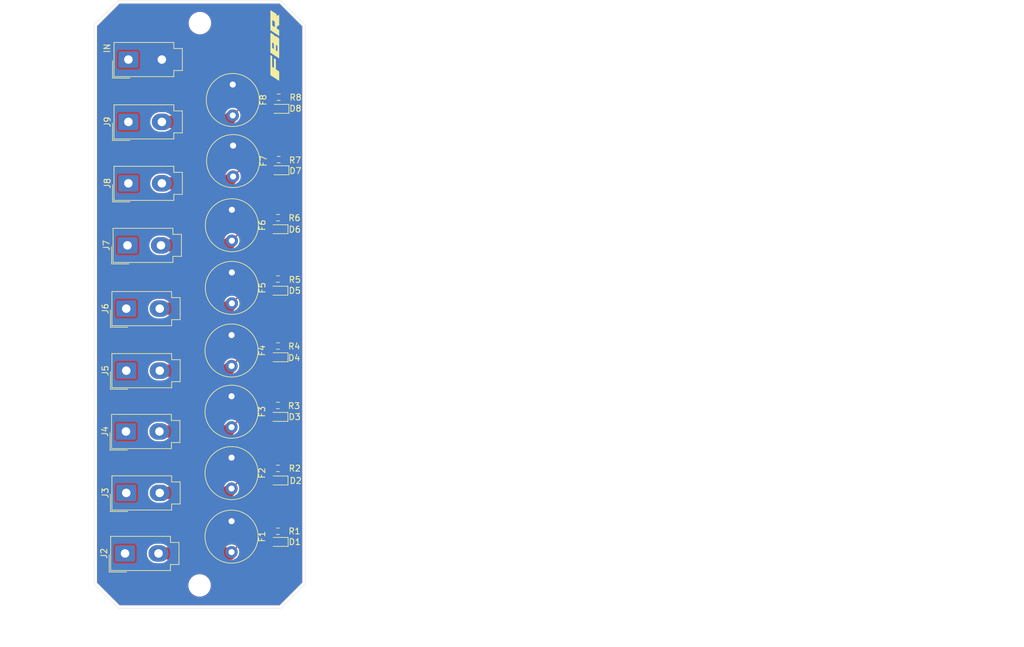
<source format=kicad_pcb>
(kicad_pcb (version 20241229) (generator "pcbnew") (generator_version "9.0")
  (layers (0 "F.Cu" signal) (2 "B.Cu" signal) (13 "F.Paste" user) (15 "B.Paste" user) (5 "F.SilkS" user "F.Silkscreen") (7 "B.SilkS" user "B.Silkscreen") (1 "F.Mask" user) (3 "B.Mask" user) (25 "Edge.Cuts" user))
  (net 0 "")
  (net 1 "GLV-")
  (net 2 "GLV+")
  (net 3 "Net-(D1-A)")
  (net 4 "Net-(D2-A)")
  (net 5 "Net-(D3-A)")
  (net 6 "Net-(D4-A)")
  (net 7 "Net-(D5-A)")
  (net 8 "Net-(D6-A)")
  (net 9 "Net-(D7-A)")
  (net 10 "Net-(D8-A)")
  (net 11 "Net-(J2-Pin_2)")
  (net 12 "Net-(J3-Pin_2)")
  (net 13 "Net-(J4-Pin_2)")
  (net 14 "Net-(J5-Pin_2)")
  (net 15 "Net-(J6-Pin_2)")
  (net 16 "Net-(J7-Pin_2)")
  (net 17 "Net-(J8-Pin_2)")
  (net 18 "Net-(J9-Pin_2)")
  (footprint "Fuse:Fuse_Littelfuse_372_D8.50mm" (layer "F.Cu") (at 146.833786 61.243014 -90)
    (property "Reference" "F7" (at 2.54 -5 90) (layer "F.SilkS"))
    (property "Value" "Fuse")
    (fp_circle (center 2.54 0) (end 6.9 0) (stroke (width 0.12)) (fill no) (layer "F.SilkS"))
    (pad "1" thru_hole circle (at 0 0 270) (size 2 2) (drill 1) (layers "*.Cu" "*.Mask") (net 2 "GLV+"))
    (pad "2" thru_hole circle (at 5.08 0 270) (size 2 2) (drill 1) (layers "*.Cu" "*.Mask") (net 17 "Net-(J8-Pin_2)"))
  )
  (footprint "Connector_Molex:Molex_Mini-Fit_Jr_5566-02A_2x01_P4.20mm_Vertical" (layer "F.Cu") (at 129.083786 128.293014 90)
    (property "Reference" "J2" (at 0 -3.45 90) (layer "F.SilkS"))
    (property "Value" "Conn_01x02")
    (fp_line (start -0.2 -2.6) (end -3.05 -2.6) (stroke (width 0.12)) (layer "F.SilkS"))
    (fp_line (start -3.05 -2.6) (end -3.05 0.25) (stroke (width 0.12)) (layer "F.SilkS"))
    (fp_line (start 2.81 -2.36) (end 2.81 7.46) (stroke (width 0.12)) (layer "F.SilkS"))
    (fp_line (start 0 -2.36) (end 2.81 -2.36) (stroke (width 0.12)) (layer "F.SilkS"))
    (fp_line (start 0 -2.36) (end -2.81 -2.36) (stroke (width 0.12)) (layer "F.SilkS"))
    (fp_line (start -2.81 -2.36) (end -2.81 7.46) (stroke (width 0.12)) (layer "F.SilkS"))
    (fp_line (start 2.81 7.46) (end 1.81 7.46) (stroke (width 0.12)) (layer "F.SilkS"))
    (fp_line (start 1.81 7.46) (end 1.81 8.86) (stroke (width 0.12)) (layer "F.SilkS"))
    (fp_line (start -1.81 7.46) (end -1.81 8.86) (stroke (width 0.12)) (layer "F.SilkS"))
    (fp_line (start -2.81 7.46) (end -1.81 7.46) (stroke (width 0.12)) (layer "F.SilkS"))
    (fp_line (start 1.81 8.86) (end 0 8.86) (stroke (width 0.12)) (layer "F.SilkS"))
    (fp_line (start -1.81 8.86) (end 0 8.86) (stroke (width 0.12)) (layer "F.SilkS"))
    (pad "1" thru_hole roundrect (at 0 0 90) (size 2.7 3.3) (drill 1.4) (layers "*.Cu" "*.Mask") (roundrect_rratio 0.092593) (net 1 "GLV-"))
    (pad "2" thru_hole oval (at 0 5.5 90) (size 2.7 3.3) (drill 1.4) (layers "*.Cu" "*.Mask") (net 11 "Net-(J2-Pin_2)"))
  )
  (footprint "Connector_Molex:Molex_Mini-Fit_Jr_5566-02A_2x01_P4.20mm_Vertical" (layer "F.Cu") (at 129.233786 108.243014 90)
    (property "Reference" "J4" (at 0 -3.45 90) (layer "F.SilkS"))
    (property "Value" "Conn_01x02")
    (fp_line (start -0.2 -2.6) (end -3.05 -2.6) (stroke (width 0.12)) (layer "F.SilkS"))
    (fp_line (start -3.05 -2.6) (end -3.05 0.25) (stroke (width 0.12)) (layer "F.SilkS"))
    (fp_line (start 2.81 -2.36) (end 2.81 7.46) (stroke (width 0.12)) (layer "F.SilkS"))
    (fp_line (start 0 -2.36) (end 2.81 -2.36) (stroke (width 0.12)) (layer "F.SilkS"))
    (fp_line (start 0 -2.36) (end -2.81 -2.36) (stroke (width 0.12)) (layer "F.SilkS"))
    (fp_line (start -2.81 -2.36) (end -2.81 7.46) (stroke (width 0.12)) (layer "F.SilkS"))
    (fp_line (start 2.81 7.46) (end 1.81 7.46) (stroke (width 0.12)) (layer "F.SilkS"))
    (fp_line (start 1.81 7.46) (end 1.81 8.86) (stroke (width 0.12)) (layer "F.SilkS"))
    (fp_line (start -1.81 7.46) (end -1.81 8.86) (stroke (width 0.12)) (layer "F.SilkS"))
    (fp_line (start -2.81 7.46) (end -1.81 7.46) (stroke (width 0.12)) (layer "F.SilkS"))
    (fp_line (start 1.81 8.86) (end 0 8.86) (stroke (width 0.12)) (layer "F.SilkS"))
    (fp_line (start -1.81 8.86) (end 0 8.86) (stroke (width 0.12)) (layer "F.SilkS"))
    (pad "1" thru_hole roundrect (at 0 0 90) (size 2.7 3.3) (drill 1.4) (layers "*.Cu" "*.Mask") (roundrect_rratio 0.092593) (net 1 "GLV-"))
    (pad "2" thru_hole oval (at 0 5.5 90) (size 2.7 3.3) (drill 1.4) (layers "*.Cu" "*.Mask") (net 13 "Net-(J4-Pin_2)"))
  )
  (footprint "Fuse:Fuse_Littelfuse_372_D8.50mm" (layer "F.Cu") (at 146.783786 51.203014 -90)
    (property "Reference" "F8" (at 2.54 -5 90) (layer "F.SilkS"))
    (property "Value" "Fuse")
    (fp_circle (center 2.54 0) (end 6.9 0) (stroke (width 0.12)) (fill no) (layer "F.SilkS"))
    (pad "1" thru_hole circle (at 0 0 270) (size 2 2) (drill 1) (layers "*.Cu" "*.Mask") (net 2 "GLV+"))
    (pad "2" thru_hole circle (at 5.08 0 270) (size 2 2) (drill 1) (layers "*.Cu" "*.Mask") (net 18 "Net-(J9-Pin_2)"))
  )
  (footprint "Resistor_SMD:R_0603_1608Metric_Pad0.98x0.95mm_HandSolder" (layer "F.Cu") (at 154.201286 114.303014 180)
    (property "Reference" "R2" (at -2.77 -0.01 0) (layer "F.SilkS"))
    (property "Value" "2.2K")
    (fp_line (start -0.254724 0.5225) (end 0.254724 0.5225) (stroke (width 0.12)) (layer "F.SilkS"))
    (fp_line (start -0.254724 -0.5225) (end 0.254724 -0.5225) (stroke (width 0.12)) (layer "F.SilkS"))
    (pad "1" smd roundrect (at -0.9125 0 180) (size 0.975 0.95) (layers "F.Cu" "F.Mask" "F.Paste") (net 12 "Net-(J3-Pin_2)"))
    (pad "2" smd roundrect (at 0.9125 0 180) (size 0.975 0.95) (layers "F.Cu" "F.Mask" "F.Paste") (net 4 "Net-(D2-A)"))
  )
  (footprint "LED_SMD:LED_0603_1608Metric_Pad1.05x0.95mm_HandSolder" (layer "F.Cu") (at 154.191286 74.983014 180)
    (property "Reference" "D6" (at -2.775 -0.05 0) (layer "F.SilkS"))
    (property "Value" "LED")
    (fp_line (start 0.8 -0.735) (end -1.66 -0.735) (stroke (width 0.12)) (layer "F.SilkS"))
    (fp_line (start -1.66 0.735) (end 0.8 0.735) (stroke (width 0.12)) (layer "F.SilkS"))
    (fp_line (start -1.66 -0.735) (end -1.66 0.735) (stroke (width 0.12)) (layer "F.SilkS"))
    (pad "1" smd roundrect (at -0.875 0 180) (size 1.05 0.95) (layers "F.Cu" "F.Mask" "F.Paste") (net 1 "GLV-"))
    (pad "2" smd roundrect (at 0.875 0 180) (size 1.05 0.95) (layers "F.Cu" "F.Mask" "F.Paste") (net 8 "Net-(D6-A)"))
  )
  (footprint "Resistor_SMD:R_0603_1608Metric_Pad0.98x0.95mm_HandSolder" (layer "F.Cu") (at 154.201286 83.173014 180)
    (property "Reference" "R5" (at -2.77 -0.12 0) (layer "F.SilkS"))
    (property "Value" "2.2K")
    (fp_line (start -0.254724 0.5225) (end 0.254724 0.5225) (stroke (width 0.12)) (layer "F.SilkS"))
    (fp_line (start -0.254724 -0.5225) (end 0.254724 -0.5225) (stroke (width 0.12)) (layer "F.SilkS"))
    (pad "1" smd roundrect (at -0.9125 0 180) (size 0.975 0.95) (layers "F.Cu" "F.Mask" "F.Paste") (net 15 "Net-(J6-Pin_2)"))
    (pad "2" smd roundrect (at 0.9125 0 180) (size 0.975 0.95) (layers "F.Cu" "F.Mask" "F.Paste") (net 7 "Net-(D5-A)"))
  )
  (footprint "Resistor_SMD:R_0603_1608Metric_Pad0.98x0.95mm_HandSolder" (layer "F.Cu") (at 154.333786 63.543014 180)
    (property "Reference" "R7" (at -2.6875 -0.1 0) (layer "F.SilkS"))
    (property "Value" "2.2K")
    (fp_line (start -0.254724 0.5225) (end 0.254724 0.5225) (stroke (width 0.12)) (layer "F.SilkS"))
    (fp_line (start -0.254724 -0.5225) (end 0.254724 -0.5225) (stroke (width 0.12)) (layer "F.SilkS"))
    (pad "1" smd roundrect (at -0.9125 0 180) (size 0.975 0.95) (layers "F.Cu" "F.Mask" "F.Paste") (net 17 "Net-(J8-Pin_2)"))
    (pad "2" smd roundrect (at 0.9125 0 180) (size 0.975 0.95) (layers "F.Cu" "F.Mask" "F.Paste") (net 9 "Net-(D7-A)"))
  )
  (footprint "Connector_Molex:Molex_Mini-Fit_Jr_5566-02A_2x01_P4.20mm_Vertical" (layer "F.Cu") (at 129.633786 47.093014 90)
    (property "Reference" "J1" (hide yes))
    (property "Value" "Conn_01x02")
    (fp_line (start -0.2 -2.6) (end -3.05 -2.6) (stroke (width 0.12)) (layer "F.SilkS"))
    (fp_line (start -3.05 -2.6) (end -3.05 0.25) (stroke (width 0.12)) (layer "F.SilkS"))
    (fp_line (start 2.81 -2.36) (end 2.81 7.46) (stroke (width 0.12)) (layer "F.SilkS"))
    (fp_line (start 0 -2.36) (end 2.81 -2.36) (stroke (width 0.12)) (layer "F.SilkS"))
    (fp_line (start 0 -2.36) (end -2.81 -2.36) (stroke (width 0.12)) (layer "F.SilkS"))
    (fp_line (start -2.81 -2.36) (end -2.81 7.46) (stroke (width 0.12)) (layer "F.SilkS"))
    (fp_line (start 2.81 7.46) (end 1.81 7.46) (stroke (width 0.12)) (layer "F.SilkS"))
    (fp_line (start 1.81 7.46) (end 1.81 8.86) (stroke (width 0.12)) (layer "F.SilkS"))
    (fp_line (start -1.81 7.46) (end -1.81 8.86) (stroke (width 0.12)) (layer "F.SilkS"))
    (fp_line (start -2.81 7.46) (end -1.81 7.46) (stroke (width 0.12)) (layer "F.SilkS"))
    (fp_line (start 1.81 8.86) (end 0 8.86) (stroke (width 0.12)) (layer "F.SilkS"))
    (fp_line (start -1.81 8.86) (end 0 8.86) (stroke (width 0.12)) (layer "F.SilkS"))
    (pad "1" thru_hole roundrect (at 0 0 90) (size 2.7 3.3) (drill 1.4) (layers "*.Cu" "*.Mask") (roundrect_rratio 0.092593) (net 1 "GLV-"))
    (pad "2" thru_hole oval (at 0 5.5 90) (size 2.7 3.3) (drill 1.4) (layers "*.Cu" "*.Mask") (net 2 "GLV+"))
  )
  (footprint "MountingHole:MountingHole_3.2mm_M3_DIN965" (layer "F.Cu") (at 141.383786 41.103014)
    (property "Reference" "H1" (hide yes))
    (property "Value" "MountingHole")
    (pad "" np_thru_hole circle (at 0 0) (size 3.2 3.2) (drill 3.2) (layers "*.Cu" "*.Mask"))
  )
  (footprint "MountingHole:MountingHole_3.2mm_M3_DIN965" (layer "F.Cu") (at 141.333786 133.553014 180)
    (property "Reference" "H2" (hide yes))
    (property "Value" "MountingHole")
    (pad "" np_thru_hole circle (at 0 0 180) (size 3.2 3.2) (drill 3.2) (layers "*.Cu" "*.Mask"))
  )
  (footprint "Connector_Molex:Molex_Mini-Fit_Jr_5566-02A_2x01_P4.20mm_Vertical" (layer "F.Cu") (at 129.283786 118.343014 90)
    (property "Reference" "J3" (at 0 -3.45 90) (layer "F.SilkS"))
    (property "Value" "Conn_01x02")
    (fp_line (start -0.2 -2.6) (end -3.05 -2.6) (stroke (width 0.12)) (layer "F.SilkS"))
    (fp_line (start -3.05 -2.6) (end -3.05 0.25) (stroke (width 0.12)) (layer "F.SilkS"))
    (fp_line (start 2.81 -2.36) (end 2.81 7.46) (stroke (width 0.12)) (layer "F.SilkS"))
    (fp_line (start 0 -2.36) (end 2.81 -2.36) (stroke (width 0.12)) (layer "F.SilkS"))
    (fp_line (start 0 -2.36) (end -2.81 -2.36) (stroke (width 0.12)) (layer "F.SilkS"))
    (fp_line (start -2.81 -2.36) (end -2.81 7.46) (stroke (width 0.12)) (layer "F.SilkS"))
    (fp_line (start 2.81 7.46) (end 1.81 7.46) (stroke (width 0.12)) (layer "F.SilkS"))
    (fp_line (start 1.81 7.46) (end 1.81 8.86) (stroke (width 0.12)) (layer "F.SilkS"))
    (fp_line (start -1.81 7.46) (end -1.81 8.86) (stroke (width 0.12)) (layer "F.SilkS"))
    (fp_line (start -2.81 7.46) (end -1.81 7.46) (stroke (width 0.12)) (layer "F.SilkS"))
    (fp_line (start 1.81 8.86) (end 0 8.86) (stroke (width 0.12)) (layer "F.SilkS"))
    (fp_line (start -1.81 8.86) (end 0 8.86) (stroke (width 0.12)) (layer "F.SilkS"))
    (pad "1" thru_hole roundrect (at 0 0 90) (size 2.7 3.3) (drill 1.4) (layers "*.Cu" "*.Mask") (roundrect_rratio 0.092593) (net 1 "GLV-"))
    (pad "2" thru_hole oval (at 0 5.5 90) (size 2.7 3.3) (drill 1.4) (layers "*.Cu" "*.Mask") (net 12 "Net-(J3-Pin_2)"))
  )
  (footprint "LOGO" (layer "F.Cu") (at 153.656428 44.896757 90)
    (property "Reference" "G***" (hide yes))
    (property "Value" "LOGO" (hide yes))
    (fp_poly (pts (xy -1.486762 -0.688997) (xy -1.484792 -0.674971) (xy -1.485366 -0.657797) (xy -1.488296 -0.639396) (xy -1.493268 -0.622041) (xy -1.498747 -0.607599) (xy -1.504219 -0.594939) (xy -1.510425 -0.582654) (xy -1.518107 -0.569337) (xy -1.528007 -0.553579) (xy -1.535005 -0.542846) (xy -1.548293 -0.523085) (xy -1.560257 -0.506511) (xy -1.571912 -0.491999) (xy -1.584273 -0.478426) (xy -1.598356 -0.464666) (xy -1.615177 -0.449597) (xy -1.632858 -0.434521) (xy -1.680375 -0.394579) (xy -2.528093 -0.394557) (xy -3.375812 -0.394536) (xy -3.407406 -0.36145) (xy -3.423516 -0.343418) (xy -3.441515 -0.321274) (xy -3.460695 -0.296049) (xy -3.480348 -0.268772) (xy -3.499766 -0.240472) (xy -3.518241 -0.212179) (xy -3.535064 -0.184923) (xy -3.549527 -0.159733) (xy -3.559946 -0.139672) (xy -3.571123 -0.116633) (xy -2.765902 -0.115908) (xy -2.690802 -0.115831) (xy -2.618342 -0.115739) (xy -2.548698 -0.115632) (xy -2.482048 -0.115511) (xy -2.418569 -0.115376) (xy -2.358439 -0.115229) (xy -2.301835 -0.11507) (xy -2.248934 -0.1149) (xy -2.199913 -0.11472) (xy -2.15495 -0.114529) (xy -2.114223 -0.11433) (xy -2.077907 -0.114123) (xy -2.046182 -0.113908) (xy -2.019223 -0.113686) (xy -1.997209 -0.113459) (xy -1.980317 -0.113226) (xy -1.968724 -0.112988) (xy -1.962607 -0.112747) (xy -1.961638 -0.112601) (xy -1.963345 -0.109812) (xy -1.967955 -0.102616) (xy -1.975204 -0.091415) (xy -1.984831 -0.076614) (xy -1.99657 -0.058616) (xy -2.010159 -0.037824) (xy -2.025335 -0.014642) (xy -2.041834 0.010527) (xy -2.059394 0.037279) (xy -2.06771 0.049938) (xy -2.172823 0.209895) (xy -2.97967 0.21006) (xy -3.786516 0.210226) (xy -3.799252 0.225345) (xy -3.804782 0.232009) (xy -3.810435 0.239057) (xy -3.816423 0.2468) (xy -3.822959 0.255549) (xy -3.830256 0.265617) (xy -3.838525 0.277315) (xy -3.847979 0.290954) (xy -3.858831 0.306847) (xy -3.871293 0.325304) (xy -3.885577 0.346638) (xy -3.901897 0.37116) (xy -3.920463 0.399182) (xy -3.94149 0.431015) (xy -3.965189 0.466972) (xy -3.991773 0.507362) (xy -3.998739 0.517954) (xy -4.15148 0.750192) (xy -4.931322 0.750918) (xy -5.011356 0.750982) (xy -5.087737 0.751024) (xy -5.16034 0.751043) (xy -5.229036 0.751041) (xy -5.293701 0.751016) (xy -5.354206 0.75097) (xy -5.410427 0.750903) (xy -5.462235 0.750815) (xy -5.509504 0.750706) (xy -5.552108 0.750577) (xy -5.589921 0.750429) (xy -5.622815 0.75026) (xy -5.650663 0.750073) (xy -5.673341 0.749866) (xy -5.69072 0.749641) (xy -5.702674 0.749397) (xy -5.709077 0.749136) (xy -5.710202 0.748958) (xy -5.70856 0.746364) (xy -5.703871 0.739148) (xy -5.696258 0.727495) (xy -5.685846 0.711594) (xy -5.672756 0.69163) (xy -5.657111 0.66779) (xy -5.639034 0.640262) (xy -5.618648 0.609232) (xy -5.596075 0.574887) (xy -5.57144 0.537413) (xy -5.544863 0.496998) (xy -5.516469 0.453828) (xy -5.48638 0.40809) (xy -5.454718 0.359971) (xy -5.421607 0.309658) (xy -5.38717 0.257337) (xy -5.351529 0.203195) (xy -5.314807 0.14742) (xy -5.277127 0.090197) (xy -5.238611 0.031714) (xy -5.234071 0.02482) (xy -4.758901 -0.696633) (xy -3.123938 -0.696775) (xy -1.488976 -0.696916)) (fill yes) (layer "F.SilkS"))
    (fp_poly (pts (xy 4.252583 -0.696104) (xy 5.880211 -0.695477) (xy 5.889293 -0.686837) (xy 5.894151 -0.68184) (xy 5.896764 -0.677301) (xy 5.897688 -0.671299) (xy 5.897476 -0.661917) (xy 5.897325 -0.659066) (xy 5.896686 -0.651434) (xy 5.895411 -0.644328) (xy 5.893107 -0.636669) (xy 5.889377 -0.62738) (xy 5.883827 -0.615382) (xy 5.876061 -0.599596) (xy 5.874118 -0.59571) (xy 5.87073 -0.589163) (xy 5.866607 -0.581621) (xy 5.861606 -0.572859) (xy 5.85558 -0.562651) (xy 5.848386 -0.550773) (xy 5.83988 -0.536999) (xy 5.829916 -0.521104) (xy 5.818351 -0.502863) (xy 5.805039 -0.482051) (xy 5.789836 -0.458442) (xy 5.772598 -0.431812) (xy 5.75318 -0.401935) (xy 5.731438 -0.368585) (xy 5.707227 -0.331538) (xy 5.680403 -0.290569) (xy 5.650821 -0.245453) (xy 5.618336 -0.195963) (xy 5.586087 -0.146871) (xy 5.550853 -0.093247) (xy 5.518631 -0.044217) (xy 5.489267 0.000437) (xy 5.462603 0.04093) (xy 5.438486 0.077479) (xy 5.416758 0.1103) (xy 5.397264 0.13961) (xy 5.379849 0.165625) (xy 5.364356 0.188562) (xy 5.350629 0.208636) (xy 5.338514 0.226065) (xy 5.327853 0.241064) (xy 5.318493 0.253851) (xy 5.310275 0.264641) (xy 5.303046 0.273651) (xy 5.296648 0.281097) (xy 5.290927 0.287196) (xy 5.285727 0.292164) (xy 5.280891 0.296218) (xy 5.276264 0.299573) (xy 5.271691 0.302447) (xy 5.267014 0.305056) (xy 5.26208 0.307615) (xy 5.257108 0.310148) (xy 5.216649 0.327815) (xy 5.172208 0.341348) (xy 5.123823 0.350741) (xy 5.071531 0.355985) (xy 5.031263 0.357189) (xy 5.014068 0.357496) (xy 5.001912 0.35851) (xy 4.994084 0.360527) (xy 4.989878 0.363848) (xy 4.988584 0.368771) (xy 4.989342 0.374893) (xy 4.992125 0.384137) (xy 4.997431 0.397993) (xy 5.00504 0.416005) (xy 5.014735 0.43772) (xy 5.026298 0.462682) (xy 5.039511 0.490437) (xy 5.054156 0.52053) (xy 5.070015 0.552506) (xy 5.08687 0.585912) (xy 5.104503 0.620291) (xy 5.122696 0.65519) (xy 5.133628 0.675883) (xy 5.143532 0.694592) (xy 5.152494 0.711623) (xy 5.160173 0.726321) (xy 5.166227 0.73803) (xy 5.170318 0.746095) (xy 5.172103 0.749861) (xy 5.172154 0.750039) (xy 5.169311 0.750168) (xy 5.160932 0.750295) (xy 5.14724 0.750419) (xy 5.128457 0.750539) (xy 5.104808 0.750655) (xy 5.076515 0.750767) (xy 5.043801 0.750874) (xy 5.00689 0.750975) (xy 4.966005 0.751071) (xy 4.921369 0.751161) (xy 4.873204 0.751244) (xy 4.821736 0.751321) (xy 4.767185 0.75139) (xy 4.709777 0.751451) (xy 4.649733 0.751504) (xy 4.587277 0.751548) (xy 4.522633 0.751584) (xy 4.456023 0.75161) (xy 4.387671 0.751626) (xy 4.317799 0.751632) (xy 4.312695 0.751632) (xy 3.453237 0.751632) (xy 3.439138 0.727874) (xy 3.418429 0.693171) (xy 3.397924 0.659184) (xy 3.377936 0.62641) (xy 3.358775 0.595348) (xy 3.340756 0.566496) (xy 3.32419 0.540352) (xy 3.30939 0.517415) (xy 3.296667 0.498182) (xy 3.286335 0.483151) (xy 3.281601 0.47661) (xy 3.274766 0.466976) (xy 3.265907 0.453828) (xy 3.255959 0.43859) (xy 3.245859 0.422689) (xy 3.241103 0.415027) (xy 3.231005 0.398883) (xy 3.223168 0.38706) (xy 3.217045 0.378847) (xy 3.21209 0.373535) (xy 3.207758 0.370414) (xy 3.206197 0.36967) (xy 3.202923 0.368742) (xy 3.197625 0.367963) (xy 3.189856 0.367323) (xy 3.17917 0.366809) (xy 3.165122 0.36641) (xy 3.147265 0.366116) (xy 3.125153 0.365914) (xy 3.098341 0.365792) (xy 3.066382 0.36574) (xy 3.053009 0.365737) (xy 2.909234 0.365737) (xy 2.782441 0.557964) (xy 2.655649 0.750192) (xy 2.164169 0.750921) (xy 2.095194 0.751006) (xy 2.031202 0.751052) (xy 1.972256 0.751058) (xy 1.918418 0.751025) (xy 1.86975 0.750953) (xy 1.826316 0.750841) (xy 1.788178 0.750692) (xy 1.755398 0.750503) (xy 1.72804 0.750277) (xy 1.706165 0.750013) (xy 1.689836 0.749711) (xy 1.679116 0.749372) (xy 1.674068 0.748996) (xy 1.673651 0.748833) (xy 1.675295 0.746229) (xy 1.679984 0.739002) (xy 1.687597 0.727339) (xy 1.698011 0.711428) (xy 1.711102 0.691454) (xy 1.726749 0.667606) (xy 1.744828 0.640069) (xy 1.765216 0.609031) (xy 1.78779 0.574679) (xy 1.812428 0.537198) (xy 1.839007 0.496777) (xy 1.867404 0.453602) (xy 1.897496 0.407859) (xy 1.92916 0.359736) (xy 1.962274 0.30942) (xy 1.996714 0.257097) (xy 2.032358 0.202954) (xy 2.069083 0.147178) (xy 2.106766 0.089956) (xy 2.145284 0.031475) (xy 2.149784 0.024643) (xy 2.150109 0.02415) (xy 3.133242 0.02415) (xy 3.136069 0.024357) (xy 3.144339 0.024547) (xy 3.157733 0.024721) (xy 3.175936 0.024876) (xy 3.19863 0.025012) (xy 3.225498 0.025128) (xy 3.256223 0.025224) (xy 3.290487 0.025298) (xy 3.327973 0.025349) (xy 3.368365 0.025378) (xy 3.411345 0.025383) (xy 3.456596 0.025363) (xy 3.503801 0.025318) (xy 3.552643 0.025246) (xy 3.558848 0.025235) (xy 3.984454 0.024478) (xy 4.00127 0.014399) (xy 4.019599 0.001581) (xy 4.040111 -0.016112) (xy 4.06251 -0.038357) (xy 4.086499 -0.06483) (xy 4.111781 -0.095208) (xy 4.138059 -0.129168) (xy 4.157799 -0.156171) (xy 4.183741 -0.193909) (xy 4.205256 -0.228363) (xy 4.22246 -0.259788) (xy 4.235473 -0.288438) (xy 4.244412 -0.314567) (xy 4.249395 -0.338428) (xy 4.250612 -0.356119) (xy 4.250612 -0.374377) (xy 3.823679 -0.374332) (xy 3.396746 -0.374287) (xy 3.264994 -0.17599) (xy 3.244795 -0.145568) (xy 3.225541 -0.116526) (xy 3.207467 -0.089221) (xy 3.190807 -0.064011) (xy 3.175797 -0.041253) (xy 3.162673 -0.021304) (xy 3.151669 -0.004521) (xy 3.14302 0.008738) (xy 3.136962 0.018116) (xy 3.13373 0.023256) (xy 3.133242 0.02415) (xy 2.150109 0.02415) (xy 2.624954 -0.696732)) (fill yes) (layer "F.SilkS"))
    (fp_poly (pts (xy 2.127269 -0.690904) (xy 2.142805 -0.680323) (xy 2.155106 -0.665679) (xy 2.163979 -0.647796) (xy 2.169234 -0.627501) (xy 2.17068 -0.605617) (xy 2.168125 -0.582971) (xy 2.161378 -0.560387) (xy 2.158856 -0.554501) (xy 2.156371 -0.550088) (xy 2.151008 -0.541304) (xy 2.143044 -0.528571) (xy 2.132753 -0.512314) (xy 2.120412 -0.492957) (xy 2.106297 -0.470924) (xy 2.090682 -0.44664) (xy 2.073845 -0.420529) (xy 2.05606 -0.393015) (xy 2.037604 -0.364521) (xy 2.018751 -0.335473) (xy 1.999779 -0.306295) (xy 1.980962 -0.27741) (xy 1.962577 -0.249243) (xy 1.944898 -0.222218) (xy 1.928203 -0.196759) (xy 1.912766 -0.17329) (xy 1.898864 -0.152236) (xy 1.886771 -0.134021) (xy 1.876765 -0.119069) (xy 1.86912 -0.107804) (xy 1.864112 -0.10065) (xy 1.862281 -0.098269) (xy 1.855286 -0.091613) (xy 1.844559 -0.08265) (xy 1.831203 -0.072209) (xy 1.816318 -0.061117) (xy 1.801004 -0.050203) (xy 1.786363 -0.040295) (xy 1.778721 -0.035404) (xy 1.754013 -0.020827) (xy 1.726734 -0.006158) (xy 1.69838 0.007888) (xy 1.670448 0.020595) (xy 1.644432 0.031247) (xy 1.625163 0.03808) (xy 1.611363 0.042631) (xy 1.599767 0.046669) (xy 1.591361 0.049833) (xy 1.587135 0.051763) (xy 1.586825 0.052071) (xy 1.589018 0.054407) (xy 1.594746 0.058737) (xy 1.60088 0.062883) (xy 1.617253 0.07557) (xy 1.63355 0.091884) (xy 1.648599 0.110348) (xy 1.661229 0.129483) (xy 1.670269 0.147814) (xy 1.671999 0.152606) (xy 1.673511 0.157173) (xy 1.674746 0.161353) (xy 1.675529 0.165461) (xy 1.675685 0.169816) (xy 1.675038 0.174732) (xy 1.673414 0.180527) (xy 1.670638 0.187517) (xy 1.666534 0.196018) (xy 1.660927 0.206348) (xy 1.653642 0.218823) (xy 1.644503 0.233759) (xy 1.633337 0.251473) (xy 1.619966 0.272281) (xy 1.604218 0.2965) (xy 1.585915 0.324447) (xy 1.564884 0.356438) (xy 1.540948 0.392789) (xy 1.529361 0.410382) (xy 1.508066 0.442678) (xy 1.48741 0.47392) (xy 1.467648 0.503728) (xy 1.449035 0.531721) (xy 1.431825 0.55752) (xy 1.416273 0.580744) (xy 1.402632 0.601014) (xy 1.391158 0.61795) (xy 1.382105 0.631171) (xy 1.375727 0.640297) (xy 1.372487 0.644694) (xy 1.356933 0.66243) (xy 1.340074 0.678034) (xy 1.321265 0.691839) (xy 1.299861 0.70418) (xy 1.275218 0.715389) (xy 1.246691 0.7258) (xy 1.213634 0.735746) (xy 1.179285 0.744623) (xy 1.150487 0.751625) (xy -0.434373 0.751629) (xy -0.555239 0.751624) (xy -0.671776 0.751609) (xy -0.783924 0.751585) (xy -0.891621 0.751551) (xy -0.994808 0.751507) (xy -1.093422 0.751454) (xy -1.187405 0.751391) (xy -1.276694 0.75132) (xy -1.361229 0.751239) (xy -1.440949 0.751149) (xy -1.515793 0.75105) (xy -1.585701 0.750942) (xy -1.650612 0.750825) (xy -1.710466 0.7507) (xy -1.7652 0.750566) (xy -1.814755 0.750424) (xy -1.85907 0.750273) (xy -1.898084 0.750115) (xy -1.931737 0.749948) (xy -1.959967 0.749773) (xy -1.982714 0.74959) (xy -1.999917 0.7494) (xy -2.011515 0.749201) (xy -2.017447 0.748996) (xy -2.018273 0.748879) (xy -2.01663 0.74628) (xy -2.011941 0.739058) (xy -2.004329 0.7274) (xy -1.993916 0.711494) (xy -1.980825 0.691525) (xy -1.965179 0.667681) (xy -1.947101 0.640149) (xy -1.926714 0.609115) (xy -1.90414 0.574766) (xy -1.879503 0.537289) (xy -1.852925 0.496871) (xy -1.830227 0.462362) (xy -0.835148 0.462362) (xy -0.832321 0.462513) (xy -0.824049 0.46265) (xy -0.81065 0.462771) (xy -0.792437 0.462877) (xy -0.769727 0.462967) (xy -0.742836 0.46304) (xy -0.712078 0.463097) (xy -0.67777 0.463137) (xy -0.640227 0.463158) (xy -0.599765 0.463162) (xy -0.556699 0.463146) (xy -0.511345 0.463112) (xy -0.464019 0.463058) (xy -0.415035 0.462984) (xy -0.405335 0.462967) (xy 0.024478 0.462211) (xy 0.037437 0.454508) (xy 0.047098 0.447795) (xy 0.058031 0.438259) (xy 0.070651 0.425467) (xy 0.085372 0.408984) (xy 0.102607 0.388376) (xy 0.113908 0.374376) (xy 0.137806 0.34348) (xy 0.158284 0.314723) (xy 0.176359 0.286575) (xy 0.193051 0.257505) (xy 0.198709 0.246917) (xy 0.216468 0.213106) (xy -0.226871 0.213106) (xy -0.67021 0.213106) (xy -0.68294 0.226785) (xy -0.696061 0.241965) (xy -0.711212 0.261316) (xy -0.727762 0.283904) (xy -0.745081 0.308794) (xy -0.762538 0.335048) (xy -0.779502 0.361733) (xy -0.795342 0.387911) (xy -0.809428 0.412648) (xy -0.814089 0.421287) (xy -0.821303 0.434973) (xy -0.827452 0.446798) (xy -0.832075 0.455861) (xy -0.834711 0.461262) (xy -0.835148 0.462362) (xy -1.830227 0.462362) (xy -1.824529 0.453699) (xy -1.794439 0.407959) (xy -1.762775 0.359838) (xy -1.729663 0.309523) (xy -1.695224 0.257202) (xy -1.659581 0.20306) (xy -1.622857 0.147285) (xy -1.585175 0.090063) (xy -1.546658 0.031581) (xy -1.542143 0.024727) (xy -1.439542 -0.131041) (xy -0.444999 -0.131041) (xy -0.444484 -0.130423) (xy -0.4431 -0.129868) (xy -0.440578 -0.129373) (xy -0.43665 -0.128934) (xy -0.431046 -0.12855) (xy -0.423498 -0.128218) (xy -0.413738 -0.127935) (xy -0.401497 -0.127698) (xy -0.386505 -0.127505) (xy -0.368495 -0.127353) (xy -0.347197 -0.127239) (xy -0.322344 -0.127161) (xy -0.293665 -0.127116) (xy -0.260894 -0.1271) (xy -0.22376 -0.127113) (xy -0.181996 -0.12715) (xy -0.135332 -0.127209) (xy -0.0835 -0.127288) (xy -0.026232 -0.127384) (xy -0.013998 -0.127405) (xy 0.044405 -0.127507) (xy 0.097326 -0.127607) (xy 0.145043 -0.127707) (xy 0.187833 -0.127812) (xy 0.225976 -0.127924) (xy 0.259748 -0.128049) (xy 0.289427 -0.12819) (xy 0.315291 -0.128351) (xy 0.337618 -0.128536) (xy 0.356686 -0.128748) (xy 0.372772 -0.128992) (xy 0.386155 -0.12927) (xy 0.397111 -0.129589) (xy 0.40592 -0.12995) (xy 0.412859 -0.130358) (xy 0.418205 -0.130817) (xy 0.422236 -0.13133) (xy 0.425231 -0.131902) (xy 0.427466 -0.132536) (xy 0.429221 -0.133237) (xy 0.429926 -0.133574) (xy 0.443431 -0.142206) (xy 0.458322 -0.155052) (xy 0.473545 -0.171112) (xy 0.486498 -0.187271) (xy 0.499826 -0.205733) (xy 0.513698 -0.225731) (xy 0.527725 -0.246633) (xy 0.54152 -0.267808) (xy 0.554694 -0.288624) (xy 0.566859 -0.308451) (xy 0.577629 -0.326657) (xy 0.586614 -0.342611) (xy 0.593428 -0.355682) (xy 0.597682 -0.36524) (xy 0.599002 -0.370353) (xy 0.5972 -0.376696) (xy 0.592745 -0.384166) (xy 0.591546 -0.385675) (xy 0.584091 -0.394536) (xy 0.161205 -0.394536) (xy -0.261681 -0.394536) (xy -0.286751 -0.370805) (xy -0.311649 -0.344116) (xy -0.33204 -0.316808) (xy -0.339687 -0.305433) (xy -0.34981 -0.29048) (xy -0.361616 -0.273115) (xy -0.374314 -0.254501) (xy -0.38711 -0.235804) (xy -0.392436 -0.228041) (xy -0.408014 -0.204994) (xy -0.420186 -0.186152) (xy -0.429136 -0.171215) (xy -0.435043 -0.159882) (xy -0.437715 -0.153166) (xy -0.440846 -0.143391) (xy -0.443584 -0.135304) (xy -0.444913 -0.131724) (xy -0.444999 -0.131041) (xy -1.439542 -0.131041) (xy -1.066973 -0.696673) (xy 0.523937 -0.696795) (xy 2.114848 -0.696916)) (fill yes) (layer "F.SilkS"))
  )
  (footprint "LED_SMD:LED_0603_1608Metric_Pad1.05x0.95mm_HandSolder" (layer "F.Cu") (at 154.196286 96.043014 180)
    (property "Reference" "D4" (at -2.675 -0.1 0) (layer "F.SilkS"))
    (property "Value" "LED")
    (fp_line (start 0.8 -0.735) (end -1.66 -0.735) (stroke (width 0.12)) (layer "F.SilkS"))
    (fp_line (start -1.66 0.735) (end 0.8 0.735) (stroke (width 0.12)) (layer "F.SilkS"))
    (fp_line (start -1.66 -0.735) (end -1.66 0.735) (stroke (width 0.12)) (layer "F.SilkS"))
    (pad "1" smd roundrect (at -0.875 0 180) (size 1.05 0.95) (layers "F.Cu" "F.Mask" "F.Paste") (net 1 "GLV-"))
    (pad "2" smd roundrect (at 0.875 0 180) (size 1.05 0.95) (layers "F.Cu" "F.Mask" "F.Paste") (net 6 "Net-(D4-A)"))
  )
  (footprint "Resistor_SMD:R_0603_1608Metric_Pad0.98x0.95mm_HandSolder" (layer "F.Cu") (at 154.196286 124.643014 180)
    (property "Reference" "R1" (at -2.725 0 0) (layer "F.SilkS"))
    (property "Value" "2.2K")
    (fp_line (start -0.254724 0.5225) (end 0.254724 0.5225) (stroke (width 0.12)) (layer "F.SilkS"))
    (fp_line (start -0.254724 -0.5225) (end 0.254724 -0.5225) (stroke (width 0.12)) (layer "F.SilkS"))
    (pad "1" smd roundrect (at -0.9125 0 180) (size 0.975 0.95) (layers "F.Cu" "F.Mask" "F.Paste") (net 11 "Net-(J2-Pin_2)"))
    (pad "2" smd roundrect (at 0.9125 0 180) (size 0.975 0.95) (layers "F.Cu" "F.Mask" "F.Paste") (net 3 "Net-(D1-A)"))
  )
  (footprint "LED_SMD:LED_0603_1608Metric_Pad1.05x0.95mm_HandSolder" (layer "F.Cu") (at 154.171286 105.843014 180)
    (property "Reference" "D3" (at -2.775 0 0) (layer "F.SilkS"))
    (property "Value" "LED")
    (fp_line (start 0.8 -0.735) (end -1.66 -0.735) (stroke (width 0.12)) (layer "F.SilkS"))
    (fp_line (start -1.66 0.735) (end 0.8 0.735) (stroke (width 0.12)) (layer "F.SilkS"))
    (fp_line (start -1.66 -0.735) (end -1.66 0.735) (stroke (width 0.12)) (layer "F.SilkS"))
    (pad "1" smd roundrect (at -0.875 0 180) (size 1.05 0.95) (layers "F.Cu" "F.Mask" "F.Paste") (net 1 "GLV-"))
    (pad "2" smd roundrect (at 0.875 0 180) (size 1.05 0.95) (layers "F.Cu" "F.Mask" "F.Paste") (net 5 "Net-(D3-A)"))
  )
  (footprint "Fuse:Fuse_Littelfuse_372_D8.50mm" (layer "F.Cu") (at 146.633786 71.793014 -90)
    (property "Reference" "F6" (at 2.54 -5 90) (layer "F.SilkS"))
    (property "Value" "Fuse")
    (fp_circle (center 2.54 0) (end 6.9 0) (stroke (width 0.12)) (fill no) (layer "F.SilkS"))
    (pad "1" thru_hole circle (at 0 0 270) (size 2 2) (drill 1) (layers "*.Cu" "*.Mask") (net 2 "GLV+"))
    (pad "2" thru_hole circle (at 5.08 0 270) (size 2 2) (drill 1) (layers "*.Cu" "*.Mask") (net 16 "Net-(J7-Pin_2)"))
  )
  (footprint "Fuse:Fuse_Littelfuse_372_D8.50mm" (layer "F.Cu") (at 146.633786 82.093014 -90)
    (property "Reference" "F5" (at 2.54 -5 90) (layer "F.SilkS"))
    (property "Value" "Fuse")
    (fp_circle (center 2.54 0) (end 6.9 0) (stroke (width 0.12)) (fill no) (layer "F.SilkS"))
    (pad "1" thru_hole circle (at 0 0 270) (size 2 2) (drill 1) (layers "*.Cu" "*.Mask") (net 2 "GLV+"))
    (pad "2" thru_hole circle (at 5.08 0 270) (size 2 2) (drill 1) (layers "*.Cu" "*.Mask") (net 15 "Net-(J6-Pin_2)"))
  )
  (footprint "LED_SMD:LED_0603_1608Metric_Pad1.05x0.95mm_HandSolder" (layer "F.Cu") (at 154.221286 126.393014 180)
    (property "Reference" "D1" (at -2.75 0 0) (layer "F.SilkS"))
    (property "Value" "LED")
    (fp_line (start 0.8 -0.735) (end -1.66 -0.735) (stroke (width 0.12)) (layer "F.SilkS"))
    (fp_line (start -1.66 0.735) (end 0.8 0.735) (stroke (width 0.12)) (layer "F.SilkS"))
    (fp_line (start -1.66 -0.735) (end -1.66 0.735) (stroke (width 0.12)) (layer "F.SilkS"))
    (pad "1" smd roundrect (at -0.875 0 180) (size 1.05 0.95) (layers "F.Cu" "F.Mask" "F.Paste") (net 1 "GLV-"))
    (pad "2" smd roundrect (at 0.875 0 180) (size 1.05 0.95) (layers "F.Cu" "F.Mask" "F.Paste") (net 3 "Net-(D1-A)"))
  )
  (footprint "LED_SMD:LED_0603_1608Metric_Pad1.05x0.95mm_HandSolder" (layer "F.Cu") (at 154.196286 116.293014 180)
    (property "Reference" "D2" (at -2.925 -0.05 0) (layer "F.SilkS"))
    (property "Value" "LED")
    (fp_line (start 0.8 -0.735) (end -1.66 -0.735) (stroke (width 0.12)) (layer "F.SilkS"))
    (fp_line (start -1.66 0.735) (end 0.8 0.735) (stroke (width 0.12)) (layer "F.SilkS"))
    (fp_line (start -1.66 -0.735) (end -1.66 0.735) (stroke (width 0.12)) (layer "F.SilkS"))
    (pad "1" smd roundrect (at -0.875 0 180) (size 1.05 0.95) (layers "F.Cu" "F.Mask" "F.Paste") (net 1 "GLV-"))
    (pad "2" smd roundrect (at 0.875 0 180) (size 1.05 0.95) (layers "F.Cu" "F.Mask" "F.Paste") (net 4 "Net-(D2-A)"))
  )
  (footprint "Fuse:Fuse_Littelfuse_372_D8.50mm" (layer "F.Cu") (at 146.583786 112.543014 -90)
    (property "Reference" "F2" (at 2.54 -5 90) (layer "F.SilkS"))
    (property "Value" "Fuse")
    (fp_circle (center 2.54 0) (end 6.9 0) (stroke (width 0.12)) (fill no) (layer "F.SilkS"))
    (pad "1" thru_hole circle (at 0 0 270) (size 2 2) (drill 1) (layers "*.Cu" "*.Mask") (net 2 "GLV+"))
    (pad "2" thru_hole circle (at 5.08 0 270) (size 2 2) (drill 1) (layers "*.Cu" "*.Mask") (net 12 "Net-(J3-Pin_2)"))
  )
  (footprint "Connector_Molex:Molex_Mini-Fit_Jr_5566-02A_2x01_P4.20mm_Vertical" (layer "F.Cu") (at 129.283786 98.243014 90)
    (property "Reference" "J5" (at 0 -3.45 90) (layer "F.SilkS"))
    (property "Value" "Conn_01x02")
    (fp_line (start -0.2 -2.6) (end -3.05 -2.6) (stroke (width 0.12)) (layer "F.SilkS"))
    (fp_line (start -3.05 -2.6) (end -3.05 0.25) (stroke (width 0.12)) (layer "F.SilkS"))
    (fp_line (start 2.81 -2.36) (end 2.81 7.46) (stroke (width 0.12)) (layer "F.SilkS"))
    (fp_line (start 0 -2.36) (end 2.81 -2.36) (stroke (width 0.12)) (layer "F.SilkS"))
    (fp_line (start 0 -2.36) (end -2.81 -2.36) (stroke (width 0.12)) (layer "F.SilkS"))
    (fp_line (start -2.81 -2.36) (end -2.81 7.46) (stroke (width 0.12)) (layer "F.SilkS"))
    (fp_line (start 2.81 7.46) (end 1.81 7.46) (stroke (width 0.12)) (layer "F.SilkS"))
    (fp_line (start 1.81 7.46) (end 1.81 8.86) (stroke (width 0.12)) (layer "F.SilkS"))
    (fp_line (start -1.81 7.46) (end -1.81 8.86) (stroke (width 0.12)) (layer "F.SilkS"))
    (fp_line (start -2.81 7.46) (end -1.81 7.46) (stroke (width 0.12)) (layer "F.SilkS"))
    (fp_line (start 1.81 8.86) (end 0 8.86) (stroke (width 0.12)) (layer "F.SilkS"))
    (fp_line (start -1.81 8.86) (end 0 8.86) (stroke (width 0.12)) (layer "F.SilkS"))
    (pad "1" thru_hole roundrect (at 0 0 90) (size 2.7 3.3) (drill 1.4) (layers "*.Cu" "*.Mask") (roundrect_rratio 0.092593) (net 1 "GLV-"))
    (pad "2" thru_hole oval (at 0 5.5 90) (size 2.7 3.3) (drill 1.4) (layers "*.Cu" "*.Mask") (net 14 "Net-(J5-Pin_2)"))
  )
  (footprint "Fuse:Fuse_Littelfuse_372_D8.50mm" (layer "F.Cu") (at 146.583786 92.393014 -90)
    (property "Reference" "F4" (at 2.54 -5 90) (layer "F.SilkS"))
    (property "Value" "Fuse")
    (fp_circle (center 2.54 0) (end 6.9 0) (stroke (width 0.12)) (fill no) (layer "F.SilkS"))
    (pad "1" thru_hole circle (at 0 0 270) (size 2 2) (drill 1) (layers "*.Cu" "*.Mask") (net 2 "GLV+"))
    (pad "2" thru_hole circle (at 5.08 0 270) (size 2 2) (drill 1) (layers "*.Cu" "*.Mask") (net 14 "Net-(J5-Pin_2)"))
  )
  (footprint "Resistor_SMD:R_0603_1608Metric_Pad0.98x0.95mm_HandSolder" (layer "F.Cu") (at 154.201286 103.963014 180)
    (property "Reference" "R3" (at -2.645 -0.08 0) (layer "F.SilkS"))
    (property "Value" "2.2K")
    (fp_line (start -0.254724 0.5225) (end 0.254724 0.5225) (stroke (width 0.12)) (layer "F.SilkS"))
    (fp_line (start -0.254724 -0.5225) (end 0.254724 -0.5225) (stroke (width 0.12)) (layer "F.SilkS"))
    (pad "1" smd roundrect (at -0.9125 0 180) (size 0.975 0.95) (layers "F.Cu" "F.Mask" "F.Paste") (net 13 "Net-(J4-Pin_2)"))
    (pad "2" smd roundrect (at 0.9125 0 180) (size 0.975 0.95) (layers "F.Cu" "F.Mask" "F.Paste") (net 5 "Net-(D3-A)"))
  )
  (footprint "Fuse:Fuse_Littelfuse_372_D8.50mm" (layer "F.Cu") (at 146.583786 122.993014 -90)
    (property "Reference" "F1" (at 2.54 -5 90) (layer "F.SilkS"))
    (property "Value" "Fuse")
    (fp_circle (center 2.54 0) (end 6.9 0) (stroke (width 0.12)) (fill no) (layer "F.SilkS"))
    (pad "1" thru_hole circle (at 0 0 270) (size 2 2) (drill 1) (layers "*.Cu" "*.Mask") (net 2 "GLV+"))
    (pad "2" thru_hole circle (at 5.08 0 270) (size 2 2) (drill 1) (layers "*.Cu" "*.Mask") (net 11 "Net-(J2-Pin_2)"))
  )
  (footprint "LED_SMD:LED_0603_1608Metric_Pad1.05x0.95mm_HandSolder" (layer "F.Cu") (at 154.171286 85.093014 180)
    (property "Reference" "D5" (at -2.8 0 0) (layer "F.SilkS"))
    (property "Value" "LED")
    (fp_line (start 0.8 -0.735) (end -1.66 -0.735) (stroke (width 0.12)) (layer "F.SilkS"))
    (fp_line (start -1.66 0.735) (end 0.8 0.735) (stroke (width 0.12)) (layer "F.SilkS"))
    (fp_line (start -1.66 -0.735) (end -1.66 0.735) (stroke (width 0.12)) (layer "F.SilkS"))
    (pad "1" smd roundrect (at -0.875 0 180) (size 1.05 0.95) (layers "F.Cu" "F.Mask" "F.Paste") (net 1 "GLV-"))
    (pad "2" smd roundrect (at 0.875 0 180) (size 1.05 0.95) (layers "F.Cu" "F.Mask" "F.Paste") (net 7 "Net-(D5-A)"))
  )
  (footprint "Resistor_SMD:R_0603_1608Metric_Pad0.98x0.95mm_HandSolder" (layer "F.Cu") (at 154.208786 94.193014 180)
    (property "Reference" "R4" (at -2.6625 -0.05 0) (layer "F.SilkS"))
    (property "Value" "2.2K")
    (fp_line (start -0.254724 0.5225) (end 0.254724 0.5225) (stroke (width 0.12)) (layer "F.SilkS"))
    (fp_line (start -0.254724 -0.5225) (end 0.254724 -0.5225) (stroke (width 0.12)) (layer "F.SilkS"))
    (pad "1" smd roundrect (at -0.9125 0 180) (size 0.975 0.95) (layers "F.Cu" "F.Mask" "F.Paste") (net 14 "Net-(J5-Pin_2)"))
    (pad "2" smd roundrect (at 0.9125 0 180) (size 0.975 0.95) (layers "F.Cu" "F.Mask" "F.Paste") (net 6 "Net-(D4-A)"))
  )
  (footprint "Fuse:Fuse_Littelfuse_372_D8.50mm" (layer "F.Cu") (at 146.583786 102.453014 -90)
    (property "Reference" "F3" (at 2.54 -5 90) (layer "F.SilkS"))
    (property "Value" "Fuse")
    (fp_circle (center 2.54 0) (end 6.9 0) (stroke (width 0.12)) (fill no) (layer "F.SilkS"))
    (pad "1" thru_hole circle (at 0 0 270) (size 2 2) (drill 1) (layers "*.Cu" "*.Mask") (net 2 "GLV+"))
    (pad "2" thru_hole circle (at 5.08 0 270) (size 2 2) (drill 1) (layers "*.Cu" "*.Mask") (net 13 "Net-(J4-Pin_2)"))
  )
  (footprint "Resistor_SMD:R_0603_1608Metric_Pad0.98x0.95mm_HandSolder" (layer "F.Cu") (at 154.221286 73.093014 180)
    (property "Reference" "R6" (at -2.695 -0.04 0) (layer "F.SilkS"))
    (property "Value" "2.2K")
    (fp_line (start -0.254724 0.5225) (end 0.254724 0.5225) (stroke (width 0.12)) (layer "F.SilkS"))
    (fp_line (start -0.254724 -0.5225) (end 0.254724 -0.5225) (stroke (width 0.12)) (layer "F.SilkS"))
    (pad "1" smd roundrect (at -0.9125 0 180) (size 0.975 0.95) (layers "F.Cu" "F.Mask" "F.Paste") (net 16 "Net-(J7-Pin_2)"))
    (pad "2" smd roundrect (at 0.9125 0 180) (size 0.975 0.95) (layers "F.Cu" "F.Mask" "F.Paste") (net 8 "Net-(D6-A)"))
  )
  (footprint "Resistor_SMD:R_0603_1608Metric_Pad0.98x0.95mm_HandSolder" (layer "F.Cu") (at 154.333786 53.293014 180)
    (property "Reference" "R8" (at -2.77 -0.03 0) (layer "F.SilkS"))
    (property "Value" "2.2K")
    (fp_line (start -0.254724 0.5225) (end 0.254724 0.5225) (stroke (width 0.12)) (layer "F.SilkS"))
    (fp_line (start -0.254724 -0.5225) (end 0.254724 -0.5225) (stroke (width 0.12)) (layer "F.SilkS"))
    (pad "1" smd roundrect (at -0.9125 0 180) (size 0.975 0.95) (layers "F.Cu" "F.Mask" "F.Paste") (net 18 "Net-(J9-Pin_2)"))
    (pad "2" smd roundrect (at 0.9125 0 180) (size 0.975 0.95) (layers "F.Cu" "F.Mask" "F.Paste") (net 10 "Net-(D8-A)"))
  )
  (footprint "Connector_Molex:Molex_Mini-Fit_Jr_5566-02A_2x01_P4.20mm_Vertical" (layer "F.Cu") (at 129.633786 57.343014 90)
    (property "Reference" "J9" (at 0 -3.45 90) (layer "F.SilkS"))
    (property "Value" "Conn_01x02")
    (fp_line (start -0.2 -2.6) (end -3.05 -2.6) (stroke (width 0.12)) (layer "F.SilkS"))
    (fp_line (start -3.05 -2.6) (end -3.05 0.25) (stroke (width 0.12)) (layer "F.SilkS"))
    (fp_line (start 2.81 -2.36) (end 2.81 7.46) (stroke (width 0.12)) (layer "F.SilkS"))
    (fp_line (start 0 -2.36) (end 2.81 -2.36) (stroke (width 0.12)) (layer "F.SilkS"))
    (fp_line (start 0 -2.36) (end -2.81 -2.36) (stroke (width 0.12)) (layer "F.SilkS"))
    (fp_line (start -2.81 -2.36) (end -2.81 7.46) (stroke (width 0.12)) (layer "F.SilkS"))
    (fp_line (start 2.81 7.46) (end 1.81 7.46) (stroke (width 0.12)) (layer "F.SilkS"))
    (fp_line (start 1.81 7.46) (end 1.81 8.86) (stroke (width 0.12)) (layer "F.SilkS"))
    (fp_line (start -1.81 7.46) (end -1.81 8.86) (stroke (width 0.12)) (layer "F.SilkS"))
    (fp_line (start -2.81 7.46) (end -1.81 7.46) (stroke (width 0.12)) (layer "F.SilkS"))
    (fp_line (start 1.81 8.86) (end 0 8.86) (stroke (width 0.12)) (layer "F.SilkS"))
    (fp_line (start -1.81 8.86) (end 0 8.86) (stroke (width 0.12)) (layer "F.SilkS"))
    (pad "1" thru_hole roundrect (at 0 0 90) (size 2.7 3.3) (drill 1.4) (layers "*.Cu" "*.Mask") (roundrect_rratio 0.092593) (net 1 "GLV-"))
    (pad "2" thru_hole oval (at 0 5.5 90) (size 2.7 3.3) (drill 1.4) (layers "*.Cu" "*.Mask") (net 18 "Net-(J9-Pin_2)"))
  )
  (footprint "Connector_Molex:Molex_Mini-Fit_Jr_5566-02A_2x01_P4.20mm_Vertical" (layer "F.Cu") (at 129.633786 67.443014 90)
    (property "Reference" "J8" (at 0 -3.45 90) (layer "F.SilkS"))
    (property "Value" "Conn_01x02")
    (fp_line (start -0.2 -2.6) (end -3.05 -2.6) (stroke (width 0.12)) (layer "F.SilkS"))
    (fp_line (start -3.05 -2.6) (end -3.05 0.25) (stroke (width 0.12)) (layer "F.SilkS"))
    (fp_line (start 2.81 -2.36) (end 2.81 7.46) (stroke (width 0.12)) (layer "F.SilkS"))
    (fp_line (start 0 -2.36) (end 2.81 -2.36) (stroke (width 0.12)) (layer "F.SilkS"))
    (fp_line (start 0 -2.36) (end -2.81 -2.36) (stroke (width 0.12)) (layer "F.SilkS"))
    (fp_line (start -2.81 -2.36) (end -2.81 7.46) (stroke (width 0.12)) (layer "F.SilkS"))
    (fp_line (start 2.81 7.46) (end 1.81 7.46) (stroke (width 0.12)) (layer "F.SilkS"))
    (fp_line (start 1.81 7.46) (end 1.81 8.86) (stroke (width 0.12)) (layer "F.SilkS"))
    (fp_line (start -1.81 7.46) (end -1.81 8.86) (stroke (width 0.12)) (layer "F.SilkS"))
    (fp_line (start -2.81 7.46) (end -1.81 7.46) (stroke (width 0.12)) (layer "F.SilkS"))
    (fp_line (start 1.81 8.86) (end 0 8.86) (stroke (width 0.12)) (layer "F.SilkS"))
    (fp_line (start -1.81 8.86) (end 0 8.86) (stroke (width 0.12)) (layer "F.SilkS"))
    (pad "1" thru_hole roundrect (at 0 0 90) (size 2.7 3.3) (drill 1.4) (layers "*.Cu" "*.Mask") (roundrect_rratio 0.092593) (net 1 "GLV-"))
    (pad "2" thru_hole oval (at 0 5.5 90) (size 2.7 3.3) (drill 1.4) (layers "*.Cu" "*.Mask") (net 17 "Net-(J8-Pin_2)"))
  )
  (footprint "LED_SMD:LED_0603_1608Metric_Pad1.05x0.95mm_HandSolder" (layer "F.Cu") (at 154.346286 65.293014 180)
    (property "Reference" "D7" (at -2.725 -0.1 0) (layer "F.SilkS"))
    (property "Value" "LED")
    (fp_line (start 0.8 -0.735) (end -1.66 -0.735) (stroke (width 0.12)) (layer "F.SilkS"))
    (fp_line (start -1.66 0.735) (end 0.8 0.735) (stroke (width 0.12)) (layer "F.SilkS"))
    (fp_line (start -1.66 -0.735) (end -1.66 0.735) (stroke (width 0.12)) (layer "F.SilkS"))
    (pad "1" smd roundrect (at -0.875 0 180) (size 1.05 0.95) (layers "F.Cu" "F.Mask" "F.Paste") (net 1 "GLV-"))
    (pad "2" smd roundrect (at 0.875 0 180) (size 1.05 0.95) (layers "F.Cu" "F.Mask" "F.Paste") (net 9 "Net-(D7-A)"))
  )
  (footprint "Connector_Molex:Molex_Mini-Fit_Jr_5566-02A_2x01_P4.20mm_Vertical" (layer "F.Cu") (at 129.283786 88.043014 90)
    (property "Reference" "J6" (at 0 -3.45 90) (layer "F.SilkS"))
    (property "Value" "Conn_01x02")
    (fp_line (start -0.2 -2.6) (end -3.05 -2.6) (stroke (width 0.12)) (layer "F.SilkS"))
    (fp_line (start -3.05 -2.6) (end -3.05 0.25) (stroke (width 0.12)) (layer "F.SilkS"))
    (fp_line (start 2.81 -2.36) (end 2.81 7.46) (stroke (width 0.12)) (layer "F.SilkS"))
    (fp_line (start 0 -2.36) (end 2.81 -2.36) (stroke (width 0.12)) (layer "F.SilkS"))
    (fp_line (start 0 -2.36) (end -2.81 -2.36) (stroke (width 0.12)) (layer "F.SilkS"))
    (fp_line (start -2.81 -2.36) (end -2.81 7.46) (stroke (width 0.12)) (layer "F.SilkS"))
    (fp_line (start 2.81 7.46) (end 1.81 7.46) (stroke (width 0.12)) (layer "F.SilkS"))
    (fp_line (start 1.81 7.46) (end 1.81 8.86) (stroke (width 0.12)) (layer "F.SilkS"))
    (fp_line (start -1.81 7.46) (end -1.81 8.86) (stroke (width 0.12)) (layer "F.SilkS"))
    (fp_line (start -2.81 7.46) (end -1.81 7.46) (stroke (width 0.12)) (layer "F.SilkS"))
    (fp_line (start 1.81 8.86) (end 0 8.86) (stroke (width 0.12)) (layer "F.SilkS"))
    (fp_line (start -1.81 8.86) (end 0 8.86) (stroke (width 0.12)) (layer "F.SilkS"))
    (pad "1" thru_hole roundrect (at 0 0 90) (size 2.7 3.3) (drill 1.4) (layers "*.Cu" "*.Mask") (roundrect_rratio 0.092593) (net 1 "GLV-"))
    (pad "2" thru_hole oval (at 0 5.5 90) (size 2.7 3.3) (drill 1.4) (layers "*.Cu" "*.Mask") (net 15 "Net-(J6-Pin_2)"))
  )
  (footprint "LED_SMD:LED_0603_1608Metric_Pad1.05x0.95mm_HandSolder" (layer "F.Cu") (at 154.346286 55.193014 180)
    (property "Reference" "D8" (at -2.725 0.05 0) (layer "F.SilkS"))
    (property "Value" "LED")
    (fp_line (start 0.8 -0.735) (end -1.66 -0.735) (stroke (width 0.12)) (layer "F.SilkS"))
    (fp_line (start -1.66 0.735) (end 0.8 0.735) (stroke (width 0.12)) (layer "F.SilkS"))
    (fp_line (start -1.66 -0.735) (end -1.66 0.735) (stroke (width 0.12)) (layer "F.SilkS"))
    (pad "1" smd roundrect (at -0.875 0 180) (size 1.05 0.95) (layers "F.Cu" "F.Mask" "F.Paste") (net 1 "GLV-"))
    (pad "2" smd roundrect (at 0.875 0 180) (size 1.05 0.95) (layers "F.Cu" "F.Mask" "F.Paste") (net 10 "Net-(D8-A)"))
  )
  (footprint "Connector_Molex:Molex_Mini-Fit_Jr_5566-02A_2x01_P4.20mm_Vertical" (layer "F.Cu") (at 129.483786 77.643014 90)
    (property "Reference" "J7" (at 0 -3.45 90) (layer "F.SilkS"))
    (property "Value" "Conn_01x02")
    (fp_line (start -0.2 -2.6) (end -3.05 -2.6) (stroke (width 0.12)) (layer "F.SilkS"))
    (fp_line (start -3.05 -2.6) (end -3.05 0.25) (stroke (width 0.12)) (layer "F.SilkS"))
    (fp_line (start 2.81 -2.36) (end 2.81 7.46) (stroke (width 0.12)) (layer "F.SilkS"))
    (fp_line (start 0 -2.36) (end 2.81 -2.36) (stroke (width 0.12)) (layer "F.SilkS"))
    (fp_line (start 0 -2.36) (end -2.81 -2.36) (stroke (width 0.12)) (layer "F.SilkS"))
    (fp_line (start -2.81 -2.36) (end -2.81 7.46) (stroke (width 0.12)) (layer "F.SilkS"))
    (fp_line (start 2.81 7.46) (end 1.81 7.46) (stroke (width 0.12)) (layer "F.SilkS"))
    (fp_line (start 1.81 7.46) (end 1.81 8.86) (stroke (width 0.12)) (layer "F.SilkS"))
    (fp_line (start -1.81 7.46) (end -1.81 8.86) (stroke (width 0.12)) (layer "F.SilkS"))
    (fp_line (start -2.81 7.46) (end -1.81 7.46) (stroke (width 0.12)) (layer "F.SilkS"))
    (fp_line (start 1.81 8.86) (end 0 8.86) (stroke (width 0.12)) (layer "F.SilkS"))
    (fp_line (start -1.81 8.86) (end 0 8.86) (stroke (width 0.12)) (layer "F.SilkS"))
    (pad "1" thru_hole roundrect (at 0 0 90) (size 2.7 3.3) (drill 1.4) (layers "*.Cu" "*.Mask") (roundrect_rratio 0.092593) (net 1 "GLV-"))
    (pad "2" thru_hole oval (at 0 5.5 90) (size 2.7 3.3) (drill 1.4) (layers "*.Cu" "*.Mask") (net 16 "Net-(J7-Pin_2)"))
  )
  (gr_line (start 154.683786 37.403014) (end 127.983786 37.403014) (stroke (width 0.05)) (layer "Edge.Cuts"))
  (gr_line (start 158.683786 133.303014) (end 158.683786 41.403014) (stroke (width 0.05)) (layer "Edge.Cuts"))
  (gr_line (start 123.983786 41.403014) (end 127.983786 37.403014) (stroke (width 0.05)) (layer "Edge.Cuts"))
  (gr_line (start 154.683786 137.303014) (end 127.983786 137.303014) (stroke (width 0.05)) (layer "Edge.Cuts"))
  (gr_line (start 158.683786 133.303014) (end 154.683786 137.303014) (stroke (width 0.05)) (layer "Edge.Cuts"))
  (gr_line (start 123.983786 133.303014) (end 123.983786 41.403014) (stroke (width 0.05)) (layer "Edge.Cuts"))
  (gr_line (start 158.683786 41.403014) (end 154.683786 37.403014) (stroke (width 0.05)) (layer "Edge.Cuts"))
  (gr_line (start 123.983786 133.303014) (end 127.983786 137.303014) (stroke (width 0.05)) (layer "Edge.Cuts"))
  (gr_text "IN" (at 126.133786 45.243014 90) (layer "F.SilkS") (effects (font (size 1 1))))
  (segment (start 153.283786 126.330514) (end 153.346286 126.393014) (width 0.2032) (layer "F.Cu") (net 3))
  (segment (start 153.283786 124.643014) (end 153.283786 126.330514) (width 0.2032) (layer "F.Cu") (net 3))
  (segment (start 153.288786 116.260514) (end 153.321286 116.293014) (width 0.2032) (layer "F.Cu") (net 4))
  (segment (start 153.288786 114.303014) (end 153.288786 116.260514) (width 0.2032) (layer "F.Cu") (net 4))
  (segment (start 153.288786 105.835514) (end 153.296286 105.843014) (width 0.2032) (layer "F.Cu") (net 5))
  (segment (start 153.288786 103.963014) (end 153.288786 105.835514) (width 0.2032) (layer "F.Cu") (net 5))
  (segment (start 153.296286 94.193014) (end 153.296286 96.018014) (width 0.2032) (layer "F.Cu") (net 6))
  (segment (start 153.296286 96.018014) (end 153.321286 96.043014) (width 0.2032) (layer "F.Cu") (net 6))
  (segment (start 153.288786 83.173014) (end 153.288786 85.085514) (width 0.2032) (layer "F.Cu") (net 7))
  (segment (start 153.288786 85.085514) (end 153.296286 85.093014) (width 0.2032) (layer "F.Cu") (net 7))
  (segment (start 153.308786 73.093014) (end 153.308786 74.975514) (width 0.2032) (layer "F.Cu") (net 8))
  (segment (start 153.308786 74.975514) (end 153.316286 74.983014) (width 0.2032) (layer "F.Cu") (net 8))
  (segment (start 153.421286 63.543014) (end 153.421286 65.243014) (width 0.2032) (layer "F.Cu") (net 9))
  (segment (start 153.421286 65.243014) (end 153.471286 65.293014) (width 0.2032) (layer "F.Cu") (net 9))
  (segment (start 153.421286 55.143014) (end 153.471286 55.193014) (width 0.2032) (layer "F.Cu") (net 10))
  (segment (start 153.421286 53.293014) (end 153.421286 55.143014) (width 0.2032) (layer "F.Cu") (net 10))
  (segment (start 153.918786 123.453014) (end 155.108786 124.643014) (width 0.2032) (layer "F.Cu") (net 11))
  (segment (start 151.203786 123.453014) (end 153.918786 123.453014) (width 0.2032) (layer "F.Cu") (net 11))
  (segment (start 146.583786 128.073014) (end 151.203786 123.453014) (width 0.2032) (layer "F.Cu") (net 11))
  (segment (start 146.363786 128.293014) (end 146.583786 128.073014) (width 2) (layer "F.Cu") (net 11))
  (segment (start 134.583786 128.293014) (end 146.363786 128.293014) (width 2) (layer "F.Cu") (net 11))
  (segment (start 146.583786 117.623014) (end 151.153786 113.053014) (width 0.2032) (layer "F.Cu") (net 12))
  (segment (start 153.863786 113.053014) (end 155.113786 114.303014) (width 0.2032) (layer "F.Cu") (net 12))
  (segment (start 151.153786 113.053014) (end 153.863786 113.053014) (width 0.2032) (layer "F.Cu") (net 12))
  (segment (start 134.783786 118.343014) (end 145.863786 118.343014) (width 2) (layer "F.Cu") (net 12))
  (segment (start 145.863786 118.343014) (end 146.583786 117.623014) (width 2) (layer "F.Cu") (net 12))
  (segment (start 151.413786 102.703014) (end 153.853786 102.703014) (width 0.2032) (layer "F.Cu") (net 13))
  (segment (start 145.873786 108.243014) (end 146.583786 107.533014) (width 2) (layer "F.Cu") (net 13))
  (segment (start 134.733786 108.243014) (end 145.873786 108.243014) (width 2) (layer "F.Cu") (net 13))
  (segment (start 146.583786 107.533014) (end 151.413786 102.703014) (width 0.2032) (layer "F.Cu") (net 13))
  (segment (start 153.853786 102.703014) (end 155.113786 103.963014) (width 0.2032) (layer "F.Cu") (net 13))
  (segment (start 151.153786 92.903014) (end 153.831286 92.903014) (width 0.2032) (layer "F.Cu") (net 14))
  (segment (start 145.813786 98.243014) (end 146.583786 97.473014) (width 2) (layer "F.Cu") (net 14))
  (segment (start 146.583786 97.473014) (end 151.153786 92.903014) (width 0.2032) (layer "F.Cu") (net 14))
  (segment (start 134.783786 98.243014) (end 145.813786 98.243014) (width 2) (layer "F.Cu") (net 14))
  (segment (start 153.831286 92.903014) (end 155.121286 94.193014) (width 0.2032) (layer "F.Cu") (net 14))
  (segment (start 153.743786 81.803014) (end 155.113786 83.173014) (width 0.2032) (layer "F.Cu") (net 15))
  (segment (start 134.783786 88.043014) (end 145.763786 88.043014) (width 2) (layer "F.Cu") (net 15))
  (segment (start 146.633786 87.173014) (end 152.003786 81.803014) (width 0.2032) (layer "F.Cu") (net 15))
  (segment (start 152.003786 81.803014) (end 153.743786 81.803014) (width 0.2032) (layer "F.Cu") (net 15))
  (segment (start 145.763786 88.043014) (end 146.633786 87.173014) (width 2) (layer "F.Cu") (net 15))
  (segment (start 146.633786 76.873014) (end 151.653786 71.853014) (width 0.2032) (layer "F.Cu") (net 16))
  (segment (start 151.653786 71.853014) (end 153.893786 71.853014) (width 0.2032) (layer "F.Cu") (net 16))
  (segment (start 134.983786 77.643014) (end 145.863786 77.643014) (width 2) (layer "F.Cu") (net 16))
  (segment (start 153.893786 71.853014) (end 155.133786 73.093014) (width 0.2032) (layer "F.Cu") (net 16))
  (segment (start 145.863786 77.643014) (end 146.633786 76.873014) (width 2) (layer "F.Cu") (net 16))
  (segment (start 146.833786 66.323014) (end 150.753786 62.403014) (width 0.2032) (layer "F.Cu") (net 17))
  (segment (start 154.106286 62.403014) (end 155.246286 63.543014) (width 0.2032) (layer "F.Cu") (net 17))
  (segment (start 150.753786 62.403014) (end 154.106286 62.403014) (width 0.2032) (layer "F.Cu") (net 17))
  (segment (start 145.713786 67.443014) (end 146.833786 66.323014) (width 2) (layer "F.Cu") (net 17))
  (segment (start 135.133786 67.443014) (end 145.713786 67.443014) (width 2) (layer "F.Cu") (net 17))
  (segment (start 150.913786 52.153014) (end 154.106286 52.153014) (width 0.2032) (layer "F.Cu") (net 18))
  (segment (start 154.106286 52.153014) (end 155.246286 53.293014) (width 0.2032) (layer "F.Cu") (net 18))
  (segment (start 135.133786 57.343014) (end 145.723786 57.343014) (width 2) (layer "F.Cu") (net 18))
  (segment (start 145.723786 57.343014) (end 146.783786 56.283014) (width 2) (layer "F.Cu") (net 18))
  (segment (start 146.783786 56.283014) (end 150.913786 52.153014) (width 0.2032) (layer "F.Cu") (net 18))
  (zone (net 1) (net_name "GLV-") (layer "F.Cu") (connect_pads yes (clearance 0.5)) (min_thickness 0.25) (fill yes (thermal_gap 0.5) (thermal_bridge_width 0.5))
    (polygon (pts (xy 154.733786 137.353014) (xy 128.033786 137.403014) (xy 123.983786 133.403014) (xy 123.983786 41.453014) (xy 127.892701 37.353014) (xy 154.733786 37.353014) (xy 158.68213 41.301358) (xy 158.635217 133.3461)))
  )
  (zone (net 2) (net_name "GLV+") (layer "B.Cu") (connect_pads yes (clearance 0.25)) (min_thickness 0.25) (fill yes (thermal_gap 0.5) (thermal_bridge_width 0.5))
    (polygon (pts (xy 154.670654 137.303014) (xy 127.933786 137.303014) (xy 123.983786 133.253014) (xy 124.083786 41.291501) (xy 128.032787 37.303014) (xy 154.633786 37.303014) (xy 158.682105 41.351333) (xy 158.635201 133.378115)))
  )
)
</source>
